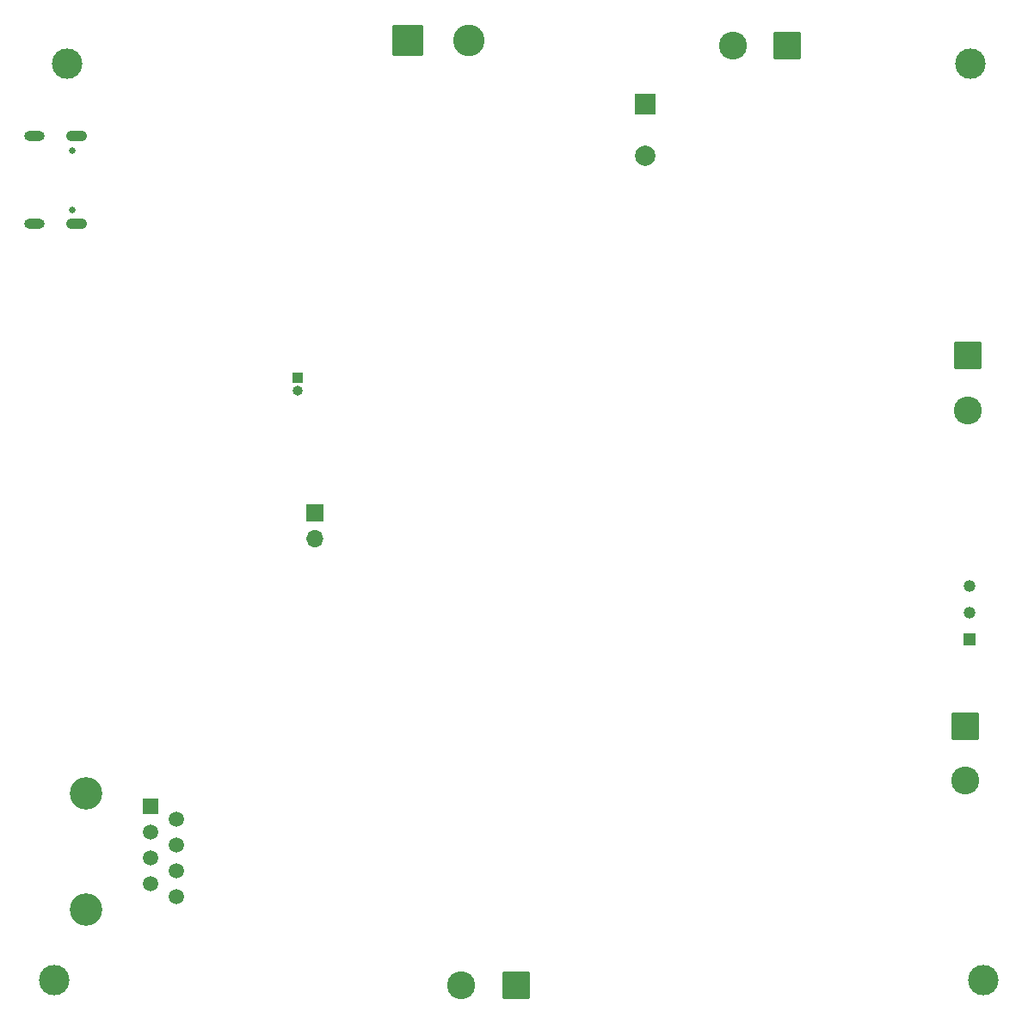
<source format=gbs>
%TF.GenerationSoftware,KiCad,Pcbnew,(6.0.0)*%
%TF.CreationDate,2022-03-08T01:27:21+02:00*%
%TF.ProjectId,CDH_ECU1.2,4344485f-4543-4553-912e-322e6b696361,1.2*%
%TF.SameCoordinates,Original*%
%TF.FileFunction,Soldermask,Bot*%
%TF.FilePolarity,Negative*%
%FSLAX46Y46*%
G04 Gerber Fmt 4.6, Leading zero omitted, Abs format (unit mm)*
G04 Created by KiCad (PCBNEW (6.0.0)) date 2022-03-08 01:27:21*
%MOMM*%
%LPD*%
G01*
G04 APERTURE LIST*
G04 Aperture macros list*
%AMRoundRect*
0 Rectangle with rounded corners*
0 $1 Rounding radius*
0 $2 $3 $4 $5 $6 $7 $8 $9 X,Y pos of 4 corners*
0 Add a 4 corners polygon primitive as box body*
4,1,4,$2,$3,$4,$5,$6,$7,$8,$9,$2,$3,0*
0 Add four circle primitives for the rounded corners*
1,1,$1+$1,$2,$3*
1,1,$1+$1,$4,$5*
1,1,$1+$1,$6,$7*
1,1,$1+$1,$8,$9*
0 Add four rect primitives between the rounded corners*
20,1,$1+$1,$2,$3,$4,$5,0*
20,1,$1+$1,$4,$5,$6,$7,0*
20,1,$1+$1,$6,$7,$8,$9,0*
20,1,$1+$1,$8,$9,$2,$3,0*%
G04 Aperture macros list end*
%ADD10RoundRect,0.250000X-1.125000X1.125000X-1.125000X-1.125000X1.125000X-1.125000X1.125000X1.125000X0*%
%ADD11C,2.750000*%
%ADD12C,3.200000*%
%ADD13R,1.500000X1.500000*%
%ADD14C,1.500000*%
%ADD15C,3.000000*%
%ADD16R,2.000000X2.000000*%
%ADD17C,2.000000*%
%ADD18R,1.190000X1.190000*%
%ADD19C,1.190000*%
%ADD20R,1.700000X1.700000*%
%ADD21O,1.700000X1.700000*%
%ADD22RoundRect,0.250000X1.125000X1.125000X-1.125000X1.125000X-1.125000X-1.125000X1.125000X-1.125000X0*%
%ADD23RoundRect,0.249999X-1.300001X-1.300001X1.300001X-1.300001X1.300001X1.300001X-1.300001X1.300001X0*%
%ADD24C,3.100000*%
%ADD25C,0.650000*%
%ADD26O,2.000000X1.000000*%
%ADD27O,2.100000X1.050000*%
%ADD28R,1.000000X1.000000*%
%ADD29O,1.000000X1.000000*%
G04 APERTURE END LIST*
D10*
X205486000Y-78232000D03*
D11*
X205486000Y-83632000D03*
D10*
X205232000Y-114648000D03*
D11*
X205232000Y-120048000D03*
D12*
X118745000Y-121285000D03*
X118745000Y-132715000D03*
D13*
X125095000Y-122555000D03*
D14*
X127635000Y-123825000D03*
X125095000Y-125095000D03*
X127635000Y-126365000D03*
X125095000Y-127635000D03*
X127635000Y-128905000D03*
X125095000Y-130175000D03*
X127635000Y-131445000D03*
D15*
X115570000Y-139700000D03*
X205740000Y-49530000D03*
D16*
X173736000Y-53512323D03*
D17*
X173736000Y-58512323D03*
D18*
X205711000Y-106172000D03*
D19*
X205711000Y-103522000D03*
X205711000Y-100872000D03*
D15*
X207010000Y-139700000D03*
D20*
X141224000Y-93726000D03*
D21*
X141224000Y-96266000D03*
D22*
X161036000Y-140208000D03*
D11*
X155636000Y-140208000D03*
X182372000Y-47752000D03*
D22*
X187772000Y-47752000D03*
D15*
X116840000Y-49530000D03*
D23*
X150416000Y-47176000D03*
D24*
X156416000Y-47176000D03*
D25*
X117345000Y-58070000D03*
X117345000Y-63850000D03*
D26*
X113665000Y-56640000D03*
X113665000Y-65280000D03*
D27*
X117845000Y-65280000D03*
X117845000Y-56640000D03*
D28*
X139564000Y-80376000D03*
D29*
X139564000Y-81646000D03*
M02*

</source>
